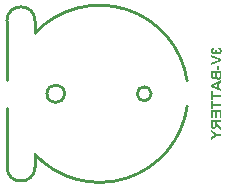
<source format=gbo>
G04*
G04 #@! TF.GenerationSoftware,Altium Limited,Altium Designer,21.6.1 (37)*
G04*
G04 Layer_Color=32896*
%FSTAX24Y24*%
%MOIN*%
G70*
G04*
G04 #@! TF.SameCoordinates,B7BCD236-E72C-41E6-AEDC-B20C2DB60F4C*
G04*
G04*
G04 #@! TF.FilePolarity,Positive*
G04*
G01*
G75*
%ADD10C,0.0100*%
G36*
X019709Y013448D02*
X019717Y013446D01*
X019731Y013441D01*
X019744Y013436D01*
X019749Y013432D01*
X019754Y013429D01*
X019758Y013426D01*
X019762Y013423D01*
X019765Y01342D01*
X019768Y013418D01*
X01977Y013416D01*
X019772Y013414D01*
X019773Y013413D01*
X019773Y013413D01*
X019778Y013406D01*
X019782Y0134D01*
X019786Y013394D01*
X019789Y013387D01*
X019794Y013373D01*
X019797Y013361D01*
X019798Y013355D01*
X019799Y01335D01*
X0198Y013345D01*
X0198Y013341D01*
X019801Y013338D01*
Y013333D01*
X0198Y013324D01*
X019799Y013315D01*
X019798Y013307D01*
X019796Y013299D01*
X019793Y013291D01*
X01979Y013284D01*
X019787Y013278D01*
X019784Y013272D01*
X019781Y013267D01*
X019778Y013262D01*
X019776Y013258D01*
X019773Y013255D01*
X019771Y013252D01*
X01977Y01325D01*
X019769Y013249D01*
X019768Y013249D01*
X019762Y013243D01*
X019755Y013238D01*
X019749Y013233D01*
X019742Y013229D01*
X019735Y013226D01*
X019728Y013223D01*
X019716Y013219D01*
X019711Y013218D01*
X019705Y013217D01*
X0197Y013216D01*
X019696Y013215D01*
X019693Y013215D01*
X019691D01*
X019689D01*
X019689D01*
X019677Y013216D01*
X019667Y013218D01*
X019657Y01322D01*
X019649Y013224D01*
X019643Y013227D01*
X019638Y01323D01*
X019635Y013232D01*
X019634Y013233D01*
X019627Y01324D01*
X01962Y013248D01*
X019615Y013256D01*
X019611Y013264D01*
X019608Y013271D01*
X019606Y013276D01*
X019605Y013278D01*
Y01328D01*
X019605Y013281D01*
Y013281D01*
X019599Y013272D01*
X019593Y013264D01*
X019587Y013258D01*
X019581Y013252D01*
X019575Y013247D01*
X019569Y013243D01*
X019563Y01324D01*
X019557Y013236D01*
X019552Y013234D01*
X019547Y013233D01*
X019542Y013232D01*
X019538Y013231D01*
X019535Y013231D01*
X019532Y01323D01*
X019531D01*
X01953D01*
X019524Y013231D01*
X019519Y013231D01*
X019507Y013234D01*
X019497Y013238D01*
X019489Y013243D01*
X019481Y013247D01*
X019476Y013251D01*
X019474Y013253D01*
X019473Y013254D01*
X019472Y013255D01*
X019472Y013255D01*
X019466Y013261D01*
X019461Y013268D01*
X019457Y013274D01*
X019453Y01328D01*
X01945Y013287D01*
X019447Y013294D01*
X019444Y013307D01*
X019442Y013312D01*
X019441Y013318D01*
X019441Y013323D01*
X01944Y013327D01*
X01944Y013331D01*
Y013335D01*
X01944Y013346D01*
X019441Y013356D01*
X019443Y013365D01*
X019445Y013372D01*
X019447Y013379D01*
X019449Y013384D01*
X01945Y013387D01*
X019451Y013387D01*
Y013388D01*
X019455Y013396D01*
X019461Y013403D01*
X019466Y01341D01*
X01947Y013415D01*
X019475Y013419D01*
X019478Y013422D01*
X01948Y013424D01*
X019481Y013424D01*
X019489Y013429D01*
X019497Y013433D01*
X019506Y013436D01*
X019514Y013439D01*
X019522Y013441D01*
X019527Y013443D01*
X01953Y013443D01*
X019531D01*
X019532Y013444D01*
X019533D01*
X019543Y013382D01*
X019535Y01338D01*
X019528Y013378D01*
X019522Y013376D01*
X019517Y013373D01*
X019513Y013371D01*
X01951Y013369D01*
X019508Y013367D01*
X019508Y013367D01*
X019504Y013362D01*
X019501Y013357D01*
X019499Y013352D01*
X019497Y013347D01*
X019496Y013343D01*
X019496Y01334D01*
Y013337D01*
X019496Y013331D01*
X019497Y013325D01*
X019499Y01332D01*
X019501Y013316D01*
X019503Y013313D01*
X019505Y013311D01*
X019506Y013309D01*
X019506Y013309D01*
X01951Y013305D01*
X019516Y013303D01*
X01952Y013301D01*
X019525Y0133D01*
X019529Y013299D01*
X019532Y013298D01*
X019534D01*
X019535D01*
X019543Y013299D01*
X019549Y0133D01*
X019555Y013303D01*
X019559Y013305D01*
X019563Y013308D01*
X019566Y01331D01*
X019568Y013312D01*
X019569Y013313D01*
X019573Y013319D01*
X019576Y013326D01*
X019578Y013333D01*
X019579Y013339D01*
X01958Y013345D01*
X01958Y013351D01*
Y013355D01*
X019635Y013362D01*
X019633Y013356D01*
X019632Y01335D01*
X019631Y013344D01*
X01963Y01334D01*
X01963Y013336D01*
Y013331D01*
X01963Y013324D01*
X019632Y013318D01*
X019634Y013312D01*
X019637Y013307D01*
X01964Y013304D01*
X019642Y013301D01*
X019644Y013299D01*
X019645Y013298D01*
X019651Y013293D01*
X019658Y01329D01*
X019664Y013287D01*
X019671Y013285D01*
X019677Y013284D01*
X019681Y013284D01*
X019685D01*
X019685D01*
X019686D01*
X019695Y013284D01*
X019704Y013286D01*
X019712Y013288D01*
X019718Y013291D01*
X019722Y013294D01*
X019726Y013296D01*
X019728Y013298D01*
X019729Y013299D01*
X019734Y013304D01*
X019738Y01331D01*
X019741Y013316D01*
X019743Y013321D01*
X019744Y013327D01*
X019744Y01333D01*
X019745Y013333D01*
Y013334D01*
X019744Y013341D01*
X019743Y013347D01*
X019741Y013353D01*
X019738Y013358D01*
X019736Y013361D01*
X019734Y013364D01*
X019732Y013366D01*
X019732Y013367D01*
X019726Y013371D01*
X01972Y013375D01*
X019714Y013378D01*
X019707Y013381D01*
X019702Y013382D01*
X019697Y013383D01*
X019694Y013384D01*
X019694D01*
X019693D01*
X019701Y013449D01*
X019709Y013448D01*
D02*
G37*
G36*
X019794Y013067D02*
Y01299D01*
X019442Y012865D01*
Y012941D01*
X019702Y013027D01*
X019442Y013116D01*
Y013193D01*
X019794Y013067D01*
D02*
G37*
G36*
X0197Y012705D02*
X019632D01*
Y012837D01*
X0197D01*
Y012705D01*
D02*
G37*
G36*
X019794Y012512D02*
X019793Y012504D01*
Y012488D01*
X019793Y012482D01*
Y012472D01*
X019792Y012469D01*
Y012464D01*
X019792Y012462D01*
Y01246D01*
X01979Y01245D01*
X019788Y01244D01*
X019785Y012432D01*
X019782Y012425D01*
X01978Y01242D01*
X019777Y012415D01*
X019776Y012413D01*
X019775Y012412D01*
X01977Y012405D01*
X019763Y012399D01*
X019758Y012394D01*
X019752Y01239D01*
X019747Y012386D01*
X019743Y012383D01*
X01974Y012382D01*
X019739Y012381D01*
X01973Y012378D01*
X019722Y012375D01*
X019714Y012373D01*
X019707Y012372D01*
X019701Y012371D01*
X019696Y01237D01*
X019693D01*
X019693D01*
X019692D01*
X019681Y012371D01*
X019671Y012373D01*
X019662Y012376D01*
X019654Y012379D01*
X019648Y012382D01*
X019643Y012385D01*
X01964Y012387D01*
X019639Y012387D01*
X019631Y012395D01*
X019624Y012402D01*
X019619Y012411D01*
X019615Y012419D01*
X019611Y012426D01*
X019609Y012432D01*
X019608Y012434D01*
X019608Y012435D01*
X019607Y012436D01*
Y012437D01*
X019603Y012429D01*
X019598Y012422D01*
X019592Y012415D01*
X019588Y01241D01*
X019583Y012407D01*
X01958Y012404D01*
X019577Y012402D01*
X019576Y012401D01*
X019568Y012397D01*
X01956Y012393D01*
X019553Y012391D01*
X019546Y012389D01*
X019539Y012388D01*
X019535Y012387D01*
X019532D01*
X019531D01*
X019531D01*
X019523Y012388D01*
X019515Y012389D01*
X019508Y012391D01*
X019502Y012393D01*
X019497Y012395D01*
X019493Y012397D01*
X019491Y012398D01*
X01949Y012399D01*
X019483Y012403D01*
X019477Y012407D01*
X019472Y012412D01*
X019468Y012416D01*
X019465Y01242D01*
X019462Y012423D01*
X019461Y012425D01*
X01946Y012426D01*
X019456Y012432D01*
X019453Y012438D01*
X01945Y012444D01*
X019448Y01245D01*
X019447Y012455D01*
X019446Y012459D01*
X019445Y012461D01*
Y012462D01*
X019444Y012471D01*
X019443Y012481D01*
X019443Y012491D01*
X019442Y012501D01*
X019442Y01251D01*
Y012665D01*
X019794D01*
Y012512D01*
D02*
G37*
G36*
Y01227D02*
X019714Y012241D01*
Y0121D01*
X019794Y012069D01*
Y011992D01*
X019442Y012134D01*
Y012209D01*
X019794Y012346D01*
Y01227D01*
D02*
G37*
G36*
X019501Y011875D02*
X019794D01*
Y011804D01*
X019501D01*
Y0117D01*
X019442D01*
Y011979D01*
X019501D01*
Y011875D01*
D02*
G37*
G36*
Y011574D02*
X019794D01*
Y011503D01*
X019501D01*
Y011399D01*
X019442D01*
Y011678D01*
X019501D01*
Y011574D01*
D02*
G37*
G36*
X019794Y011085D02*
X019734D01*
Y011281D01*
X019639D01*
Y011105D01*
X019579D01*
Y011281D01*
X019501D01*
Y011092D01*
X019442D01*
Y011353D01*
X019794D01*
Y011085D01*
D02*
G37*
G36*
Y010953D02*
X019647D01*
Y01093D01*
X019647Y010923D01*
X019648Y010917D01*
X019649Y010912D01*
X019649Y010908D01*
X01965Y010905D01*
X019651Y010904D01*
Y010903D01*
X019653Y010899D01*
X019655Y010895D01*
X019658Y010892D01*
X01966Y010888D01*
X019662Y010885D01*
X019664Y010883D01*
X019665Y010882D01*
X019666Y010882D01*
X019668Y01088D01*
X019671Y010877D01*
X019678Y010872D01*
X019687Y010866D01*
X019696Y010859D01*
X019704Y010853D01*
X019708Y010851D01*
X019711Y010849D01*
X019714Y010847D01*
X019716Y010845D01*
X019717Y010845D01*
X019718Y010844D01*
X019794Y010793D01*
Y010708D01*
X019725Y010751D01*
X019718Y010756D01*
X019711Y01076D01*
X019705Y010764D01*
X019699Y010768D01*
X019694Y010772D01*
X019689Y010775D01*
X019681Y010781D01*
X019675Y010786D01*
X019671Y010789D01*
X019669Y010791D01*
X019668Y010792D01*
X019662Y010797D01*
X019657Y010804D01*
X019652Y01081D01*
X019647Y010816D01*
X019644Y010821D01*
X019641Y010825D01*
X019639Y010828D01*
X019639Y010829D01*
Y010829D01*
X019637Y010821D01*
X019635Y010813D01*
X019633Y010806D01*
X019631Y010799D01*
X019628Y010793D01*
X019626Y010787D01*
X019623Y010782D01*
X01962Y010777D01*
X019617Y010773D01*
X019615Y010769D01*
X019612Y010766D01*
X01961Y010764D01*
X019609Y010762D01*
X019607Y010761D01*
X019607Y01076D01*
X019606Y01076D01*
X019601Y010756D01*
X019596Y010752D01*
X019585Y010746D01*
X019574Y010742D01*
X019563Y010739D01*
X019554Y010737D01*
X019551Y010737D01*
X019547D01*
X019545Y010736D01*
X019542D01*
X019541D01*
X01954D01*
X019529Y010737D01*
X019519Y010739D01*
X019509Y010741D01*
X019501Y010744D01*
X019495Y010747D01*
X01949Y01075D01*
X019488Y010751D01*
X019487Y010752D01*
X019486Y010752D01*
X019486D01*
X019477Y010758D01*
X01947Y010765D01*
X019464Y010771D01*
X019459Y010778D01*
X019456Y010784D01*
X019453Y010789D01*
X019452Y010792D01*
X019451Y010792D01*
Y010793D01*
X01945Y010798D01*
X019448Y010803D01*
X019446Y010816D01*
X019444Y01083D01*
X019443Y010843D01*
Y01085D01*
X019442Y010855D01*
Y010861D01*
X019442Y010866D01*
Y011024D01*
X019794D01*
Y010953D01*
D02*
G37*
G36*
X019646Y010577D02*
X019794D01*
Y010506D01*
X019646D01*
X019442Y010377D01*
Y010459D01*
X019581Y01054D01*
X019442Y010623D01*
Y010706D01*
X019646Y010577D01*
D02*
G37*
%LPC*%
G36*
X019582Y012594D02*
X0195D01*
Y012523D01*
X019501Y012517D01*
Y012504D01*
X019501Y012501D01*
Y012495D01*
X019502Y012493D01*
Y012493D01*
X019503Y012487D01*
X019504Y012481D01*
X019506Y012477D01*
X019508Y012472D01*
X01951Y01247D01*
X019513Y012467D01*
X019514Y012466D01*
X019514Y012466D01*
X019518Y012463D01*
X019523Y012461D01*
X019527Y012459D01*
X019531Y012458D01*
X019535Y012457D01*
X019538Y012457D01*
X01954D01*
X01954D01*
X019547Y012457D01*
X019552Y012458D01*
X019557Y01246D01*
X019561Y012462D01*
X019564Y012464D01*
X019566Y012466D01*
X019568Y012467D01*
X019569Y012467D01*
X019572Y012471D01*
X019575Y012476D01*
X019577Y012481D01*
X019578Y012485D01*
X01958Y01249D01*
X01958Y012493D01*
X019581Y012495D01*
Y012498D01*
X019581Y012501D01*
Y012517D01*
X019582Y012525D01*
Y012594D01*
D02*
G37*
G36*
X019734D02*
X01964D01*
Y01252D01*
X019641Y012513D01*
X019641Y012507D01*
Y0125D01*
X019642Y012495D01*
X019642Y012491D01*
X019643Y012487D01*
X019643Y012484D01*
X019644Y012481D01*
X019644Y012477D01*
X019645Y012475D01*
Y012474D01*
X019647Y012469D01*
X01965Y012464D01*
X019652Y01246D01*
X019656Y012457D01*
X019658Y012455D01*
X01966Y012453D01*
X019661Y012452D01*
X019662Y012452D01*
X019666Y012449D01*
X019671Y012447D01*
X019675Y012446D01*
X019679Y012444D01*
X019683Y012444D01*
X019686Y012443D01*
X019688D01*
X019689D01*
X019695Y012444D01*
X019701Y012445D01*
X019706Y012447D01*
X019711Y012449D01*
X019714Y012451D01*
X019717Y012452D01*
X019718Y012453D01*
X019719Y012454D01*
X019722Y012458D01*
X019725Y012462D01*
X019728Y012466D01*
X01973Y01247D01*
X019731Y012474D01*
X019732Y012477D01*
X019732Y012479D01*
Y01248D01*
X019733Y012482D01*
Y012485D01*
X019733Y012491D01*
X019734Y012499D01*
Y012508D01*
X019734Y012515D01*
Y012594D01*
D02*
G37*
G36*
X019655Y01222D02*
X019524Y012172D01*
X019655Y012123D01*
Y01222D01*
D02*
G37*
G36*
X019591Y010953D02*
X019501D01*
Y010872D01*
X019502Y010867D01*
Y010856D01*
X019502Y010851D01*
Y010848D01*
X019503Y010847D01*
Y010846D01*
X019504Y01084D01*
X019506Y010835D01*
X019508Y01083D01*
X019511Y010826D01*
X019514Y010823D01*
X019515Y010821D01*
X019517Y01082D01*
X019517Y010819D01*
X019521Y010816D01*
X019526Y010814D01*
X019531Y010812D01*
X019535Y010811D01*
X019539Y01081D01*
X019543Y01081D01*
X019545D01*
X019546D01*
X019551Y01081D01*
X019556Y010811D01*
X019561Y010812D01*
X019565Y010813D01*
X019568Y010815D01*
X01957Y010816D01*
X019572Y010817D01*
X019572Y010817D01*
X019576Y01082D01*
X019579Y010823D01*
X019583Y01083D01*
X019585Y010832D01*
X019586Y010835D01*
X019587Y010837D01*
Y010837D01*
X019587Y01084D01*
X019588Y010844D01*
X019589Y010848D01*
X019589Y010852D01*
X01959Y010863D01*
X01959Y010874D01*
X019591Y010884D01*
Y010953D01*
D02*
G37*
%LPD*%
D10*
X017454Y011903D02*
G03*
X017454Y011903I-000234J0D01*
G01*
X014564D02*
G03*
X014564Y011903I-000294J0D01*
G01*
X01358Y014334D02*
G03*
X012645Y014334I-000468J0D01*
G01*
Y009462D02*
G03*
X01358Y009462I000468J0D01*
G01*
X01865Y01234D02*
G03*
X013589Y013936I-00292J-000438D01*
G01*
X013584Y009875D02*
G03*
X018653Y011487I002146J002028D01*
G01*
X012645Y009462D02*
Y011425D01*
Y012361D02*
Y014334D01*
X01358Y013945D02*
Y014334D01*
Y009462D02*
Y009871D01*
M02*

</source>
